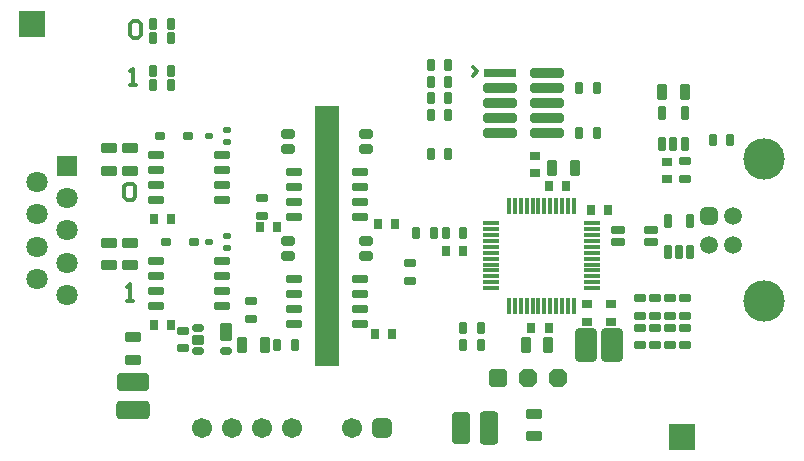
<source format=gts>
G04*
G04 #@! TF.GenerationSoftware,Altium Limited,Altium Designer,22.6.1 (34)*
G04*
G04 Layer_Color=8388736*
%FSLAX25Y25*%
%MOIN*%
G70*
G04*
G04 #@! TF.SameCoordinates,9ADE90FA-7DC8-4C6E-95E8-500F00D2387A*
G04*
G04*
G04 #@! TF.FilePolarity,Negative*
G04*
G01*
G75*
%ADD34C,0.01181*%
%ADD35R,0.07874X0.86614*%
G04:AMPARAMS|DCode=36|XSize=35.5mil|YSize=29.59mil|CornerRadius=8.4mil|HoleSize=0mil|Usage=FLASHONLY|Rotation=270.000|XOffset=0mil|YOffset=0mil|HoleType=Round|Shape=RoundedRectangle|*
%AMROUNDEDRECTD36*
21,1,0.03550,0.01280,0,0,270.0*
21,1,0.01870,0.02959,0,0,270.0*
1,1,0.01680,-0.00640,-0.00935*
1,1,0.01680,-0.00640,0.00935*
1,1,0.01680,0.00640,0.00935*
1,1,0.01680,0.00640,-0.00935*
%
%ADD36ROUNDEDRECTD36*%
G04:AMPARAMS|DCode=37|XSize=27.62mil|YSize=51.24mil|CornerRadius=5.54mil|HoleSize=0mil|Usage=FLASHONLY|Rotation=270.000|XOffset=0mil|YOffset=0mil|HoleType=Round|Shape=RoundedRectangle|*
%AMROUNDEDRECTD37*
21,1,0.02762,0.04016,0,0,270.0*
21,1,0.01654,0.05124,0,0,270.0*
1,1,0.01109,-0.02008,-0.00827*
1,1,0.01109,-0.02008,0.00827*
1,1,0.01109,0.02008,0.00827*
1,1,0.01109,0.02008,-0.00827*
%
%ADD37ROUNDEDRECTD37*%
G04:AMPARAMS|DCode=38|XSize=15.81mil|YSize=55.18mil|CornerRadius=3.77mil|HoleSize=0mil|Usage=FLASHONLY|Rotation=0.000|XOffset=0mil|YOffset=0mil|HoleType=Round|Shape=RoundedRectangle|*
%AMROUNDEDRECTD38*
21,1,0.01581,0.04764,0,0,0.0*
21,1,0.00827,0.05518,0,0,0.0*
1,1,0.00754,0.00413,-0.02382*
1,1,0.00754,-0.00413,-0.02382*
1,1,0.00754,-0.00413,0.02382*
1,1,0.00754,0.00413,0.02382*
%
%ADD38ROUNDEDRECTD38*%
G04:AMPARAMS|DCode=39|XSize=15.81mil|YSize=55.18mil|CornerRadius=3.77mil|HoleSize=0mil|Usage=FLASHONLY|Rotation=90.000|XOffset=0mil|YOffset=0mil|HoleType=Round|Shape=RoundedRectangle|*
%AMROUNDEDRECTD39*
21,1,0.01581,0.04764,0,0,90.0*
21,1,0.00827,0.05518,0,0,90.0*
1,1,0.00754,0.02382,0.00413*
1,1,0.00754,0.02382,-0.00413*
1,1,0.00754,-0.02382,-0.00413*
1,1,0.00754,-0.02382,0.00413*
%
%ADD39ROUNDEDRECTD39*%
G04:AMPARAMS|DCode=40|XSize=35.5mil|YSize=29.59mil|CornerRadius=8.4mil|HoleSize=0mil|Usage=FLASHONLY|Rotation=180.000|XOffset=0mil|YOffset=0mil|HoleType=Round|Shape=RoundedRectangle|*
%AMROUNDEDRECTD40*
21,1,0.03550,0.01280,0,0,180.0*
21,1,0.01870,0.02959,0,0,180.0*
1,1,0.01680,-0.00935,0.00640*
1,1,0.01680,0.00935,0.00640*
1,1,0.01680,0.00935,-0.00640*
1,1,0.01680,-0.00935,-0.00640*
%
%ADD40ROUNDEDRECTD40*%
G04:AMPARAMS|DCode=41|XSize=31.56mil|YSize=47.31mil|CornerRadius=6.13mil|HoleSize=0mil|Usage=FLASHONLY|Rotation=270.000|XOffset=0mil|YOffset=0mil|HoleType=Round|Shape=RoundedRectangle|*
%AMROUNDEDRECTD41*
21,1,0.03156,0.03504,0,0,270.0*
21,1,0.01929,0.04731,0,0,270.0*
1,1,0.01227,-0.01752,-0.00965*
1,1,0.01227,-0.01752,0.00965*
1,1,0.01227,0.01752,0.00965*
1,1,0.01227,0.01752,-0.00965*
%
%ADD41ROUNDEDRECTD41*%
G04:AMPARAMS|DCode=42|XSize=110.3mil|YSize=70.93mil|CornerRadius=8.69mil|HoleSize=0mil|Usage=FLASHONLY|Rotation=270.000|XOffset=0mil|YOffset=0mil|HoleType=Round|Shape=RoundedRectangle|*
%AMROUNDEDRECTD42*
21,1,0.11030,0.05354,0,0,270.0*
21,1,0.09291,0.07093,0,0,270.0*
1,1,0.01739,-0.02677,-0.04646*
1,1,0.01739,-0.02677,0.04646*
1,1,0.01739,0.02677,0.04646*
1,1,0.01739,0.02677,-0.04646*
%
%ADD42ROUNDEDRECTD42*%
G04:AMPARAMS|DCode=43|XSize=37.47mil|YSize=27.62mil|CornerRadius=4.36mil|HoleSize=0mil|Usage=FLASHONLY|Rotation=180.000|XOffset=0mil|YOffset=0mil|HoleType=Round|Shape=RoundedRectangle|*
%AMROUNDEDRECTD43*
21,1,0.03747,0.01890,0,0,180.0*
21,1,0.02874,0.02762,0,0,180.0*
1,1,0.00872,-0.01437,0.00945*
1,1,0.00872,0.01437,0.00945*
1,1,0.00872,0.01437,-0.00945*
1,1,0.00872,-0.01437,-0.00945*
%
%ADD43ROUNDEDRECTD43*%
G04:AMPARAMS|DCode=44|XSize=27.62mil|YSize=35.5mil|CornerRadius=5.54mil|HoleSize=0mil|Usage=FLASHONLY|Rotation=90.000|XOffset=0mil|YOffset=0mil|HoleType=Round|Shape=RoundedRectangle|*
%AMROUNDEDRECTD44*
21,1,0.02762,0.02441,0,0,90.0*
21,1,0.01654,0.03550,0,0,90.0*
1,1,0.01109,0.01221,0.00827*
1,1,0.01109,0.01221,-0.00827*
1,1,0.01109,-0.01221,-0.00827*
1,1,0.01109,-0.01221,0.00827*
%
%ADD44ROUNDEDRECTD44*%
G04:AMPARAMS|DCode=45|XSize=37.47mil|YSize=27.62mil|CornerRadius=4.36mil|HoleSize=0mil|Usage=FLASHONLY|Rotation=90.000|XOffset=0mil|YOffset=0mil|HoleType=Round|Shape=RoundedRectangle|*
%AMROUNDEDRECTD45*
21,1,0.03747,0.01890,0,0,90.0*
21,1,0.02874,0.02762,0,0,90.0*
1,1,0.00872,0.00945,0.01437*
1,1,0.00872,0.00945,-0.01437*
1,1,0.00872,-0.00945,-0.01437*
1,1,0.00872,-0.00945,0.01437*
%
%ADD45ROUNDEDRECTD45*%
G04:AMPARAMS|DCode=46|XSize=59.12mil|YSize=39.43mil|CornerRadius=7.32mil|HoleSize=0mil|Usage=FLASHONLY|Rotation=90.000|XOffset=0mil|YOffset=0mil|HoleType=Round|Shape=RoundedRectangle|*
%AMROUNDEDRECTD46*
21,1,0.05912,0.02480,0,0,90.0*
21,1,0.04449,0.03943,0,0,90.0*
1,1,0.01463,0.01240,0.02224*
1,1,0.01463,0.01240,-0.02224*
1,1,0.01463,-0.01240,-0.02224*
1,1,0.01463,-0.01240,0.02224*
%
%ADD46ROUNDEDRECTD46*%
G04:AMPARAMS|DCode=47|XSize=23.68mil|YSize=39.43mil|CornerRadius=4.95mil|HoleSize=0mil|Usage=FLASHONLY|Rotation=90.000|XOffset=0mil|YOffset=0mil|HoleType=Round|Shape=RoundedRectangle|*
%AMROUNDEDRECTD47*
21,1,0.02368,0.02953,0,0,90.0*
21,1,0.01378,0.03943,0,0,90.0*
1,1,0.00991,0.01476,0.00689*
1,1,0.00991,0.01476,-0.00689*
1,1,0.00991,-0.01476,-0.00689*
1,1,0.00991,-0.01476,0.00689*
%
%ADD47ROUNDEDRECTD47*%
G04:AMPARAMS|DCode=48|XSize=35.5mil|YSize=39.43mil|CornerRadius=6.72mil|HoleSize=0mil|Usage=FLASHONLY|Rotation=90.000|XOffset=0mil|YOffset=0mil|HoleType=Round|Shape=RoundedRectangle|*
%AMROUNDEDRECTD48*
21,1,0.03550,0.02598,0,0,90.0*
21,1,0.02205,0.03943,0,0,90.0*
1,1,0.01345,0.01299,0.01102*
1,1,0.01345,0.01299,-0.01102*
1,1,0.01345,-0.01299,-0.01102*
1,1,0.01345,-0.01299,0.01102*
%
%ADD48ROUNDEDRECTD48*%
G04:AMPARAMS|DCode=49|XSize=53.21mil|YSize=31.56mil|CornerRadius=4.76mil|HoleSize=0mil|Usage=FLASHONLY|Rotation=270.000|XOffset=0mil|YOffset=0mil|HoleType=Round|Shape=RoundedRectangle|*
%AMROUNDEDRECTD49*
21,1,0.05321,0.02205,0,0,270.0*
21,1,0.04370,0.03156,0,0,270.0*
1,1,0.00951,-0.01102,-0.02185*
1,1,0.00951,-0.01102,0.02185*
1,1,0.00951,0.01102,0.02185*
1,1,0.00951,0.01102,-0.02185*
%
%ADD49ROUNDEDRECTD49*%
G04:AMPARAMS|DCode=50|XSize=17.78mil|YSize=27.62mil|CornerRadius=4.07mil|HoleSize=0mil|Usage=FLASHONLY|Rotation=270.000|XOffset=0mil|YOffset=0mil|HoleType=Round|Shape=RoundedRectangle|*
%AMROUNDEDRECTD50*
21,1,0.01778,0.01949,0,0,270.0*
21,1,0.00965,0.02762,0,0,270.0*
1,1,0.00813,-0.00974,-0.00482*
1,1,0.00813,-0.00974,0.00482*
1,1,0.00813,0.00974,0.00482*
1,1,0.00813,0.00974,-0.00482*
%
%ADD50ROUNDEDRECTD50*%
G04:AMPARAMS|DCode=51|XSize=53.21mil|YSize=31.56mil|CornerRadius=4.76mil|HoleSize=0mil|Usage=FLASHONLY|Rotation=0.000|XOffset=0mil|YOffset=0mil|HoleType=Round|Shape=RoundedRectangle|*
%AMROUNDEDRECTD51*
21,1,0.05321,0.02205,0,0,0.0*
21,1,0.04370,0.03156,0,0,0.0*
1,1,0.00951,0.02185,-0.01102*
1,1,0.00951,-0.02185,-0.01102*
1,1,0.00951,-0.02185,0.01102*
1,1,0.00951,0.02185,0.01102*
%
%ADD51ROUNDEDRECTD51*%
%ADD52R,0.08661X0.08661*%
%ADD53C,0.04337*%
G04:AMPARAMS|DCode=54|XSize=27.62mil|YSize=47.31mil|CornerRadius=4.36mil|HoleSize=0mil|Usage=FLASHONLY|Rotation=180.000|XOffset=0mil|YOffset=0mil|HoleType=Round|Shape=RoundedRectangle|*
%AMROUNDEDRECTD54*
21,1,0.02762,0.03858,0,0,180.0*
21,1,0.01890,0.04731,0,0,180.0*
1,1,0.00872,-0.00945,0.01929*
1,1,0.00872,0.00945,0.01929*
1,1,0.00872,0.00945,-0.01929*
1,1,0.00872,-0.00945,-0.01929*
%
%ADD54ROUNDEDRECTD54*%
G04:AMPARAMS|DCode=55|XSize=47.31mil|YSize=27.62mil|CornerRadius=5.54mil|HoleSize=0mil|Usage=FLASHONLY|Rotation=180.000|XOffset=0mil|YOffset=0mil|HoleType=Round|Shape=RoundedRectangle|*
%AMROUNDEDRECTD55*
21,1,0.04731,0.01654,0,0,180.0*
21,1,0.03622,0.02762,0,0,180.0*
1,1,0.01109,-0.01811,0.00827*
1,1,0.01109,0.01811,0.00827*
1,1,0.01109,0.01811,-0.00827*
1,1,0.01109,-0.01811,-0.00827*
%
%ADD55ROUNDEDRECTD55*%
G04:AMPARAMS|DCode=56|XSize=63.12mil|YSize=110.36mil|CornerRadius=12.27mil|HoleSize=0mil|Usage=FLASHONLY|Rotation=180.000|XOffset=0mil|YOffset=0mil|HoleType=Round|Shape=RoundedRectangle|*
%AMROUNDEDRECTD56*
21,1,0.06312,0.08583,0,0,180.0*
21,1,0.03858,0.11036,0,0,180.0*
1,1,0.02454,-0.01929,0.04291*
1,1,0.02454,0.01929,0.04291*
1,1,0.02454,0.01929,-0.04291*
1,1,0.02454,-0.01929,-0.04291*
%
%ADD56ROUNDEDRECTD56*%
G04:AMPARAMS|DCode=57|XSize=59.12mil|YSize=106.36mil|CornerRadius=10.27mil|HoleSize=0mil|Usage=FLASHONLY|Rotation=180.000|XOffset=0mil|YOffset=0mil|HoleType=Round|Shape=RoundedRectangle|*
%AMROUNDEDRECTD57*
21,1,0.05912,0.08583,0,0,180.0*
21,1,0.03858,0.10636,0,0,180.0*
1,1,0.02054,-0.01929,0.04291*
1,1,0.02054,0.01929,0.04291*
1,1,0.02054,0.01929,-0.04291*
1,1,0.02054,-0.01929,-0.04291*
%
%ADD57ROUNDEDRECTD57*%
G04:AMPARAMS|DCode=58|XSize=63.12mil|YSize=110.36mil|CornerRadius=12.27mil|HoleSize=0mil|Usage=FLASHONLY|Rotation=90.000|XOffset=0mil|YOffset=0mil|HoleType=Round|Shape=RoundedRectangle|*
%AMROUNDEDRECTD58*
21,1,0.06312,0.08583,0,0,90.0*
21,1,0.03858,0.11036,0,0,90.0*
1,1,0.02454,0.04291,0.01929*
1,1,0.02454,0.04291,-0.01929*
1,1,0.02454,-0.04291,-0.01929*
1,1,0.02454,-0.04291,0.01929*
%
%ADD58ROUNDEDRECTD58*%
G04:AMPARAMS|DCode=59|XSize=59.12mil|YSize=106.36mil|CornerRadius=10.27mil|HoleSize=0mil|Usage=FLASHONLY|Rotation=90.000|XOffset=0mil|YOffset=0mil|HoleType=Round|Shape=RoundedRectangle|*
%AMROUNDEDRECTD59*
21,1,0.05912,0.08583,0,0,90.0*
21,1,0.03858,0.10636,0,0,90.0*
1,1,0.02054,0.04291,0.01929*
1,1,0.02054,0.04291,-0.01929*
1,1,0.02054,-0.04291,-0.01929*
1,1,0.02054,-0.04291,0.01929*
%
%ADD59ROUNDEDRECTD59*%
%ADD60R,0.11030X0.03156*%
G04:AMPARAMS|DCode=61|XSize=31.56mil|YSize=110.3mil|CornerRadius=6.13mil|HoleSize=0mil|Usage=FLASHONLY|Rotation=270.000|XOffset=0mil|YOffset=0mil|HoleType=Round|Shape=RoundedRectangle|*
%AMROUNDEDRECTD61*
21,1,0.03156,0.09803,0,0,270.0*
21,1,0.01929,0.11030,0,0,270.0*
1,1,0.01227,-0.04902,-0.00965*
1,1,0.01227,-0.04902,0.00965*
1,1,0.01227,0.04902,0.00965*
1,1,0.01227,0.04902,-0.00965*
%
%ADD61ROUNDEDRECTD61*%
%ADD62C,0.06699*%
G04:AMPARAMS|DCode=63|XSize=66.99mil|YSize=66.99mil|CornerRadius=17.75mil|HoleSize=0mil|Usage=FLASHONLY|Rotation=0.000|XOffset=0mil|YOffset=0mil|HoleType=Round|Shape=RoundedRectangle|*
%AMROUNDEDRECTD63*
21,1,0.06699,0.03150,0,0,0.0*
21,1,0.03150,0.06699,0,0,0.0*
1,1,0.03550,0.01575,-0.01575*
1,1,0.03550,-0.01575,-0.01575*
1,1,0.03550,-0.01575,0.01575*
1,1,0.03550,0.01575,0.01575*
%
%ADD63ROUNDEDRECTD63*%
%ADD64P,0.06825X8X22.5*%
G04:AMPARAMS|DCode=65|XSize=63.06mil|YSize=63.06mil|CornerRadius=16.76mil|HoleSize=0mil|Usage=FLASHONLY|Rotation=0.000|XOffset=0mil|YOffset=0mil|HoleType=Round|Shape=RoundedRectangle|*
%AMROUNDEDRECTD65*
21,1,0.06306,0.02953,0,0,0.0*
21,1,0.02953,0.06306,0,0,0.0*
1,1,0.03353,0.01476,-0.01476*
1,1,0.03353,-0.01476,-0.01476*
1,1,0.03353,-0.01476,0.01476*
1,1,0.03353,0.01476,0.01476*
%
%ADD65ROUNDEDRECTD65*%
%ADD66C,0.00400*%
%ADD67C,0.07093*%
%ADD68R,0.07093X0.07093*%
%ADD69C,0.13786*%
%ADD70C,0.05912*%
G04:AMPARAMS|DCode=71|XSize=59.12mil|YSize=59.12mil|CornerRadius=15.78mil|HoleSize=0mil|Usage=FLASHONLY|Rotation=90.000|XOffset=0mil|YOffset=0mil|HoleType=Round|Shape=RoundedRectangle|*
%AMROUNDEDRECTD71*
21,1,0.05912,0.02756,0,0,90.0*
21,1,0.02756,0.05912,0,0,90.0*
1,1,0.03156,0.01378,0.01378*
1,1,0.03156,0.01378,-0.01378*
1,1,0.03156,-0.01378,-0.01378*
1,1,0.03156,-0.01378,0.01378*
%
%ADD71ROUNDEDRECTD71*%
D34*
X48425Y125197D02*
X50262D01*
X49343D01*
Y130707D01*
X48425Y129788D01*
Y145537D02*
X49343Y146455D01*
X51180D01*
X52099Y145537D01*
Y141863D01*
X51180Y140945D01*
X49343D01*
X48425Y141863D01*
Y145537D01*
X162598Y128150D02*
X164173Y129724D01*
X162598Y131298D01*
X46457Y91403D02*
X47375Y92321D01*
X49212D01*
X50130Y91403D01*
Y87729D01*
X49212Y86811D01*
X47375D01*
X46457Y87729D01*
Y91403D01*
X47441Y53347D02*
X49278D01*
X48359D01*
Y58856D01*
X47441Y57938D01*
D35*
X114173Y74803D02*
D03*
D36*
X136713Y78740D02*
D03*
X131004D02*
D03*
X91634Y77756D02*
D03*
X97342D02*
D03*
X135728Y42323D02*
D03*
X130020D02*
D03*
X187894Y44291D02*
D03*
X182185D02*
D03*
X193799Y91535D02*
D03*
X188091D02*
D03*
X153642Y69882D02*
D03*
X159350D02*
D03*
X56201Y80709D02*
D03*
X61909D02*
D03*
X56201Y45276D02*
D03*
X61910D02*
D03*
X207579Y83661D02*
D03*
X201870D02*
D03*
D37*
X56890Y66555D02*
D03*
Y61555D02*
D03*
Y56555D02*
D03*
Y51555D02*
D03*
X78937Y66555D02*
D03*
Y61555D02*
D03*
Y56555D02*
D03*
Y51555D02*
D03*
X103150Y96083D02*
D03*
Y91083D02*
D03*
Y86083D02*
D03*
Y81083D02*
D03*
X125197Y96083D02*
D03*
Y91083D02*
D03*
Y86083D02*
D03*
Y81083D02*
D03*
X78937Y86988D02*
D03*
Y91988D02*
D03*
Y96988D02*
D03*
Y101988D02*
D03*
X56890Y86988D02*
D03*
Y91988D02*
D03*
Y96988D02*
D03*
Y101988D02*
D03*
X103150Y60650D02*
D03*
Y55650D02*
D03*
Y50650D02*
D03*
Y45650D02*
D03*
X125197Y60650D02*
D03*
Y55650D02*
D03*
Y50650D02*
D03*
Y45650D02*
D03*
D38*
X174669Y85043D02*
D03*
X176638D02*
D03*
X178606D02*
D03*
X180575D02*
D03*
X182543D02*
D03*
X184512D02*
D03*
X186480D02*
D03*
X188449D02*
D03*
X190417D02*
D03*
X192386D02*
D03*
X194354D02*
D03*
X196323D02*
D03*
Y51579D02*
D03*
X194354D02*
D03*
X192386D02*
D03*
X190417D02*
D03*
X188449D02*
D03*
X186480D02*
D03*
X184512D02*
D03*
X182543D02*
D03*
X180575D02*
D03*
X178606D02*
D03*
X176638D02*
D03*
X174669D02*
D03*
D39*
X202228Y79138D02*
D03*
Y77169D02*
D03*
Y75201D02*
D03*
Y73232D02*
D03*
Y71264D02*
D03*
Y69295D02*
D03*
Y67327D02*
D03*
Y65358D02*
D03*
Y63390D02*
D03*
Y61421D02*
D03*
Y59453D02*
D03*
Y57484D02*
D03*
X168764D02*
D03*
Y59453D02*
D03*
Y61421D02*
D03*
Y63390D02*
D03*
Y65358D02*
D03*
Y67327D02*
D03*
Y69295D02*
D03*
Y71264D02*
D03*
Y73232D02*
D03*
Y75201D02*
D03*
Y77169D02*
D03*
Y79138D02*
D03*
D40*
X208661Y46358D02*
D03*
Y52067D02*
D03*
X200787Y46358D02*
D03*
Y52067D02*
D03*
X183496Y95957D02*
D03*
Y101665D02*
D03*
X227496Y93957D02*
D03*
Y99665D02*
D03*
D41*
X127165Y68366D02*
D03*
Y73366D02*
D03*
X101181Y68366D02*
D03*
Y73366D02*
D03*
Y108799D02*
D03*
Y103799D02*
D03*
X127165Y108799D02*
D03*
Y103799D02*
D03*
D42*
X200394Y38386D02*
D03*
X209055D02*
D03*
D43*
X88583Y47244D02*
D03*
Y53150D02*
D03*
X65945Y43307D02*
D03*
Y37402D02*
D03*
X92520Y81693D02*
D03*
Y87598D02*
D03*
X141732Y60039D02*
D03*
Y65945D02*
D03*
X218504Y44291D02*
D03*
Y38386D02*
D03*
X223425D02*
D03*
Y44291D02*
D03*
X228346D02*
D03*
Y38386D02*
D03*
X233268D02*
D03*
Y44291D02*
D03*
Y54134D02*
D03*
Y48228D02*
D03*
X228346Y54134D02*
D03*
Y48228D02*
D03*
X223425Y54134D02*
D03*
Y48228D02*
D03*
X218504Y54134D02*
D03*
Y48228D02*
D03*
X233496Y99764D02*
D03*
Y93858D02*
D03*
D44*
X69685Y72835D02*
D03*
X60236D02*
D03*
X67716Y108268D02*
D03*
X58268D02*
D03*
D45*
X242543Y106811D02*
D03*
X248449D02*
D03*
X203949Y109311D02*
D03*
X198043D02*
D03*
X203949Y124311D02*
D03*
X198043D02*
D03*
X97441Y38386D02*
D03*
X103347D02*
D03*
X154528Y102362D02*
D03*
X148622D02*
D03*
X143701Y75787D02*
D03*
X149606D02*
D03*
X154449Y131811D02*
D03*
X148543D02*
D03*
Y126311D02*
D03*
X154449D02*
D03*
Y120811D02*
D03*
X148543D02*
D03*
Y115311D02*
D03*
X154449D02*
D03*
X159449Y38386D02*
D03*
X165354D02*
D03*
Y44291D02*
D03*
X159449D02*
D03*
X62008Y125197D02*
D03*
X56102D02*
D03*
X62008Y129921D02*
D03*
X56102D02*
D03*
X62008Y140945D02*
D03*
X56102D02*
D03*
X62008Y145669D02*
D03*
X56102D02*
D03*
X159449Y75787D02*
D03*
X153543D02*
D03*
D46*
X80512Y42717D02*
D03*
D47*
Y36614D02*
D03*
X71063D02*
D03*
Y44094D02*
D03*
D48*
Y40354D02*
D03*
D49*
X85827Y38386D02*
D03*
X93307D02*
D03*
X189173Y97441D02*
D03*
X196653D02*
D03*
X180315Y38386D02*
D03*
X187795D02*
D03*
X233236Y122811D02*
D03*
X225756D02*
D03*
D50*
X74803Y108268D02*
D03*
X80709Y110236D02*
D03*
Y106299D02*
D03*
X74803Y72835D02*
D03*
X80709Y74803D02*
D03*
Y70866D02*
D03*
D51*
X41339Y104134D02*
D03*
Y96653D02*
D03*
X49213Y33661D02*
D03*
Y41142D02*
D03*
X183071Y15551D02*
D03*
Y8071D02*
D03*
X41339Y65158D02*
D03*
Y72638D02*
D03*
X48228Y104134D02*
D03*
Y96653D02*
D03*
Y72638D02*
D03*
Y65158D02*
D03*
D52*
X15748Y145669D02*
D03*
X232283Y7874D02*
D03*
D53*
X15748Y145669D02*
D03*
X232283Y7874D02*
D03*
D54*
X227559Y79921D02*
D03*
X235039D02*
D03*
Y69685D02*
D03*
X231299D02*
D03*
X227559D02*
D03*
X225756Y105693D02*
D03*
X229496D02*
D03*
X233236D02*
D03*
Y115929D02*
D03*
X225756D02*
D03*
D55*
X211024Y76772D02*
D03*
X222047D02*
D03*
Y72835D02*
D03*
X211024D02*
D03*
D56*
X168110Y10827D02*
D03*
D57*
X158661D02*
D03*
D58*
X49213Y16929D02*
D03*
D59*
Y26378D02*
D03*
D60*
X171622Y129271D02*
D03*
D61*
X187370D02*
D03*
X171622Y124271D02*
D03*
X187370D02*
D03*
X171622Y119271D02*
D03*
Y114271D02*
D03*
Y109271D02*
D03*
X187370Y119271D02*
D03*
Y114271D02*
D03*
Y109271D02*
D03*
D62*
X122362Y10827D02*
D03*
X82362D02*
D03*
X102362D02*
D03*
X92362D02*
D03*
X72362D02*
D03*
D63*
X132362Y10827D02*
D03*
D64*
X191102Y27559D02*
D03*
X181102D02*
D03*
D65*
X171102D02*
D03*
D66*
X22500Y27559D02*
D03*
Y125984D02*
D03*
X255906Y15748D02*
D03*
Y137795D02*
D03*
D67*
X17500Y60590D02*
D03*
Y71378D02*
D03*
Y82165D02*
D03*
Y92953D02*
D03*
X27500Y55197D02*
D03*
Y65984D02*
D03*
Y76772D02*
D03*
Y87559D02*
D03*
D68*
Y98347D02*
D03*
D69*
X259842Y53150D02*
D03*
Y100394D02*
D03*
D70*
X249213Y71850D02*
D03*
Y81693D02*
D03*
X241339Y71850D02*
D03*
D71*
Y81693D02*
D03*
M02*

</source>
